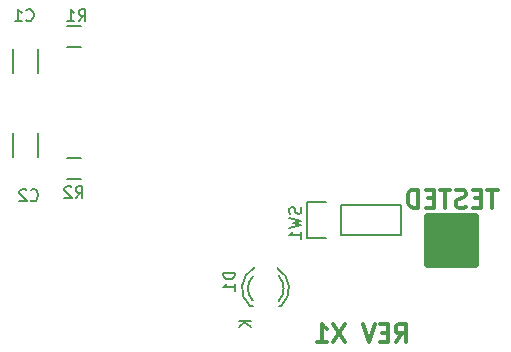
<source format=gbr>
G04 #@! TF.FileFunction,Legend,Bot*
%FSLAX46Y46*%
G04 Gerber Fmt 4.6, Leading zero omitted, Abs format (unit mm)*
G04 Created by KiCad (PCBNEW (after 2015-mar-04 BZR unknown)-product) date 12/1/2016 2:06:42 PM*
%MOMM*%
G01*
G04 APERTURE LIST*
%ADD10C,0.150000*%
%ADD11C,0.300000*%
%ADD12C,0.650000*%
%ADD13C,0.304800*%
G04 APERTURE END LIST*
D10*
D11*
X33344570Y-35222571D02*
X33844570Y-34508286D01*
X34201713Y-35222571D02*
X34201713Y-33722571D01*
X33630285Y-33722571D01*
X33487427Y-33794000D01*
X33415999Y-33865429D01*
X33344570Y-34008286D01*
X33344570Y-34222571D01*
X33415999Y-34365429D01*
X33487427Y-34436857D01*
X33630285Y-34508286D01*
X34201713Y-34508286D01*
X32701713Y-34436857D02*
X32201713Y-34436857D01*
X31987427Y-35222571D02*
X32701713Y-35222571D01*
X32701713Y-33722571D01*
X31987427Y-33722571D01*
X31558856Y-33722571D02*
X31058856Y-35222571D01*
X30558856Y-33722571D01*
X29058856Y-33722571D02*
X28058856Y-35222571D01*
X28058856Y-33722571D02*
X29058856Y-35222571D01*
X26701714Y-35222571D02*
X27558857Y-35222571D01*
X27130285Y-35222571D02*
X27130285Y-33722571D01*
X27273142Y-33936857D01*
X27416000Y-34079714D01*
X27558857Y-34151143D01*
D10*
X3107000Y-12430000D02*
X3107000Y-10430000D01*
X957000Y-10430000D02*
X957000Y-12430000D01*
X957000Y-17542000D02*
X957000Y-19542000D01*
X3107000Y-19542000D02*
X3107000Y-17542000D01*
X5496000Y-10273000D02*
X6696000Y-10273000D01*
X6696000Y-8523000D02*
X5496000Y-8523000D01*
X5496000Y-21449000D02*
X6696000Y-21449000D01*
X6696000Y-19699000D02*
X5496000Y-19699000D01*
D12*
X36100000Y-24670000D02*
X40100000Y-24670000D01*
X40100000Y-24670000D02*
X40100000Y-28670000D01*
X40100000Y-28670000D02*
X36100000Y-28670000D01*
X36100000Y-28670000D02*
X36100000Y-24670000D01*
X36100000Y-24670000D02*
X36100000Y-25170000D01*
X36100000Y-25170000D02*
X40100000Y-25170000D01*
X40100000Y-25170000D02*
X40100000Y-25670000D01*
X40100000Y-25670000D02*
X36100000Y-25670000D01*
X36100000Y-25670000D02*
X36100000Y-26170000D01*
X36100000Y-26170000D02*
X40100000Y-26170000D01*
X40100000Y-26170000D02*
X40100000Y-26670000D01*
X40100000Y-26670000D02*
X36100000Y-26670000D01*
X36100000Y-26670000D02*
X36100000Y-27170000D01*
X36100000Y-27170000D02*
X39600000Y-27170000D01*
X39600000Y-27170000D02*
X40100000Y-27170000D01*
X40100000Y-27170000D02*
X40100000Y-27670000D01*
X40100000Y-27670000D02*
X36100000Y-27670000D01*
X36100000Y-27670000D02*
X36100000Y-28170000D01*
X36100000Y-28170000D02*
X40100000Y-28170000D01*
D10*
X21038000Y-32203000D02*
X21238000Y-32203000D01*
X23632000Y-32203000D02*
X23452000Y-32203000D01*
X23321643Y-28975256D02*
G75*
G02X23638000Y-32203000I-1003643J-1727744D01*
G01*
X23451068Y-29650994D02*
G75*
G02X23452000Y-31754000I-1133068J-1052006D01*
G01*
X21011274Y-32190220D02*
G75*
G02X21358000Y-28953000I1306726J1497220D01*
G01*
X21238747Y-31716889D02*
G75*
G02X21258000Y-29669000I1079253J1013889D01*
G01*
X28702000Y-23622000D02*
X33782000Y-23622000D01*
X33782000Y-23622000D02*
X33782000Y-26162000D01*
X33782000Y-26162000D02*
X28702000Y-26162000D01*
X25882000Y-26442000D02*
X27432000Y-26442000D01*
X28702000Y-26162000D02*
X28702000Y-23622000D01*
X27432000Y-23342000D02*
X25882000Y-23342000D01*
X25882000Y-23342000D02*
X25882000Y-26442000D01*
X2071666Y-7977143D02*
X2119285Y-8024762D01*
X2262142Y-8072381D01*
X2357380Y-8072381D01*
X2500238Y-8024762D01*
X2595476Y-7929524D01*
X2643095Y-7834286D01*
X2690714Y-7643810D01*
X2690714Y-7500952D01*
X2643095Y-7310476D01*
X2595476Y-7215238D01*
X2500238Y-7120000D01*
X2357380Y-7072381D01*
X2262142Y-7072381D01*
X2119285Y-7120000D01*
X2071666Y-7167619D01*
X1119285Y-8072381D02*
X1690714Y-8072381D01*
X1405000Y-8072381D02*
X1405000Y-7072381D01*
X1500238Y-7215238D01*
X1595476Y-7310476D01*
X1690714Y-7358095D01*
X2452666Y-23217143D02*
X2500285Y-23264762D01*
X2643142Y-23312381D01*
X2738380Y-23312381D01*
X2881238Y-23264762D01*
X2976476Y-23169524D01*
X3024095Y-23074286D01*
X3071714Y-22883810D01*
X3071714Y-22740952D01*
X3024095Y-22550476D01*
X2976476Y-22455238D01*
X2881238Y-22360000D01*
X2738380Y-22312381D01*
X2643142Y-22312381D01*
X2500285Y-22360000D01*
X2452666Y-22407619D01*
X2071714Y-22407619D02*
X2024095Y-22360000D01*
X1928857Y-22312381D01*
X1690761Y-22312381D01*
X1595523Y-22360000D01*
X1547904Y-22407619D01*
X1500285Y-22502857D01*
X1500285Y-22598095D01*
X1547904Y-22740952D01*
X2119333Y-23312381D01*
X1500285Y-23312381D01*
X6516666Y-8072381D02*
X6850000Y-7596190D01*
X7088095Y-8072381D02*
X7088095Y-7072381D01*
X6707142Y-7072381D01*
X6611904Y-7120000D01*
X6564285Y-7167619D01*
X6516666Y-7262857D01*
X6516666Y-7405714D01*
X6564285Y-7500952D01*
X6611904Y-7548571D01*
X6707142Y-7596190D01*
X7088095Y-7596190D01*
X5564285Y-8072381D02*
X6135714Y-8072381D01*
X5850000Y-8072381D02*
X5850000Y-7072381D01*
X5945238Y-7215238D01*
X6040476Y-7310476D01*
X6135714Y-7358095D01*
X6262666Y-23058381D02*
X6596000Y-22582190D01*
X6834095Y-23058381D02*
X6834095Y-22058381D01*
X6453142Y-22058381D01*
X6357904Y-22106000D01*
X6310285Y-22153619D01*
X6262666Y-22248857D01*
X6262666Y-22391714D01*
X6310285Y-22486952D01*
X6357904Y-22534571D01*
X6453142Y-22582190D01*
X6834095Y-22582190D01*
X5881714Y-22153619D02*
X5834095Y-22106000D01*
X5738857Y-22058381D01*
X5500761Y-22058381D01*
X5405523Y-22106000D01*
X5357904Y-22153619D01*
X5310285Y-22248857D01*
X5310285Y-22344095D01*
X5357904Y-22486952D01*
X5929333Y-23058381D01*
X5310285Y-23058381D01*
D13*
X41982571Y-22335429D02*
X41111714Y-22335429D01*
X41547143Y-23859429D02*
X41547143Y-22335429D01*
X40603714Y-23061143D02*
X40095714Y-23061143D01*
X39878000Y-23859429D02*
X40603714Y-23859429D01*
X40603714Y-22335429D01*
X39878000Y-22335429D01*
X39297428Y-23786857D02*
X39079714Y-23859429D01*
X38716857Y-23859429D01*
X38571714Y-23786857D01*
X38499143Y-23714286D01*
X38426571Y-23569143D01*
X38426571Y-23424000D01*
X38499143Y-23278857D01*
X38571714Y-23206286D01*
X38716857Y-23133714D01*
X39007143Y-23061143D01*
X39152285Y-22988571D01*
X39224857Y-22916000D01*
X39297428Y-22770857D01*
X39297428Y-22625714D01*
X39224857Y-22480571D01*
X39152285Y-22408000D01*
X39007143Y-22335429D01*
X38644285Y-22335429D01*
X38426571Y-22408000D01*
X37991142Y-22335429D02*
X37120285Y-22335429D01*
X37555714Y-23859429D02*
X37555714Y-22335429D01*
X36612285Y-23061143D02*
X36104285Y-23061143D01*
X35886571Y-23859429D02*
X36612285Y-23859429D01*
X36612285Y-22335429D01*
X35886571Y-22335429D01*
X35233428Y-23859429D02*
X35233428Y-22335429D01*
X34870571Y-22335429D01*
X34652856Y-22408000D01*
X34507714Y-22553143D01*
X34435142Y-22698286D01*
X34362571Y-22988571D01*
X34362571Y-23206286D01*
X34435142Y-23496571D01*
X34507714Y-23641714D01*
X34652856Y-23786857D01*
X34870571Y-23859429D01*
X35233428Y-23859429D01*
D10*
X19744381Y-29355905D02*
X18744381Y-29355905D01*
X18744381Y-29594000D01*
X18792000Y-29736858D01*
X18887238Y-29832096D01*
X18982476Y-29879715D01*
X19172952Y-29927334D01*
X19315810Y-29927334D01*
X19506286Y-29879715D01*
X19601524Y-29832096D01*
X19696762Y-29736858D01*
X19744381Y-29594000D01*
X19744381Y-29355905D01*
X19744381Y-30879715D02*
X19744381Y-30308286D01*
X19744381Y-30594000D02*
X18744381Y-30594000D01*
X18887238Y-30498762D01*
X18982476Y-30403524D01*
X19030095Y-30308286D01*
X21064381Y-33432095D02*
X20064381Y-33432095D01*
X21064381Y-34003524D02*
X20492952Y-33574952D01*
X20064381Y-34003524D02*
X20635810Y-33432095D01*
X25296762Y-23812667D02*
X25344381Y-23955524D01*
X25344381Y-24193620D01*
X25296762Y-24288858D01*
X25249143Y-24336477D01*
X25153905Y-24384096D01*
X25058667Y-24384096D01*
X24963429Y-24336477D01*
X24915810Y-24288858D01*
X24868190Y-24193620D01*
X24820571Y-24003143D01*
X24772952Y-23907905D01*
X24725333Y-23860286D01*
X24630095Y-23812667D01*
X24534857Y-23812667D01*
X24439619Y-23860286D01*
X24392000Y-23907905D01*
X24344381Y-24003143D01*
X24344381Y-24241239D01*
X24392000Y-24384096D01*
X24344381Y-24717429D02*
X25344381Y-24955524D01*
X24630095Y-25146001D01*
X25344381Y-25336477D01*
X24344381Y-25574572D01*
X25344381Y-26479334D02*
X25344381Y-25907905D01*
X25344381Y-26193619D02*
X24344381Y-26193619D01*
X24487238Y-26098381D01*
X24582476Y-26003143D01*
X24630095Y-25907905D01*
M02*

</source>
